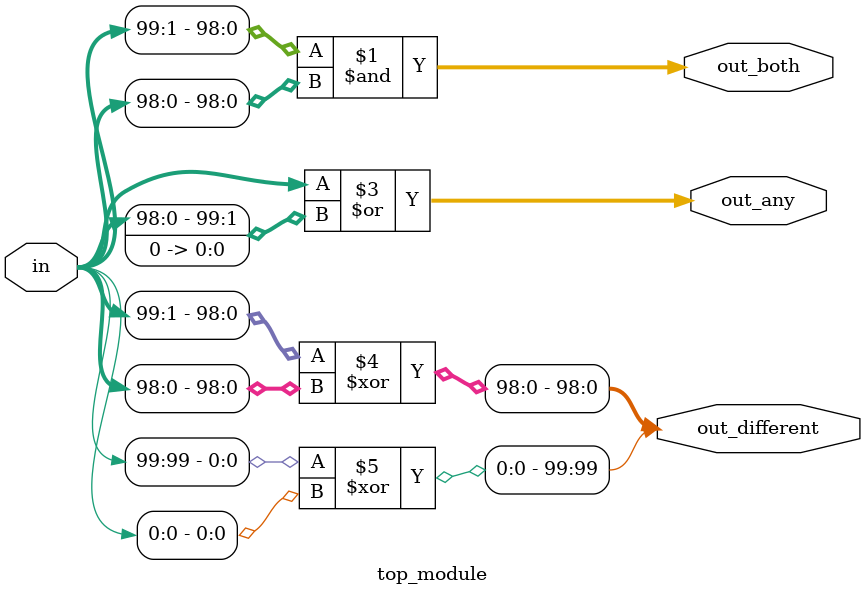
<source format=sv>
module top_module (
	input [99:0] in,
	output [98:0] out_both,
	output [99:0] out_any,
	output [99:0] out_different
);

	assign out_both = in[99:1] & in[98:0];
	assign out_any = in[99:0] | (in[98:0] << 1'b1);
	assign out_different = {in[99] ^ in[0], in[99:1] ^ in[98:0]};
	
endmodule

</source>
